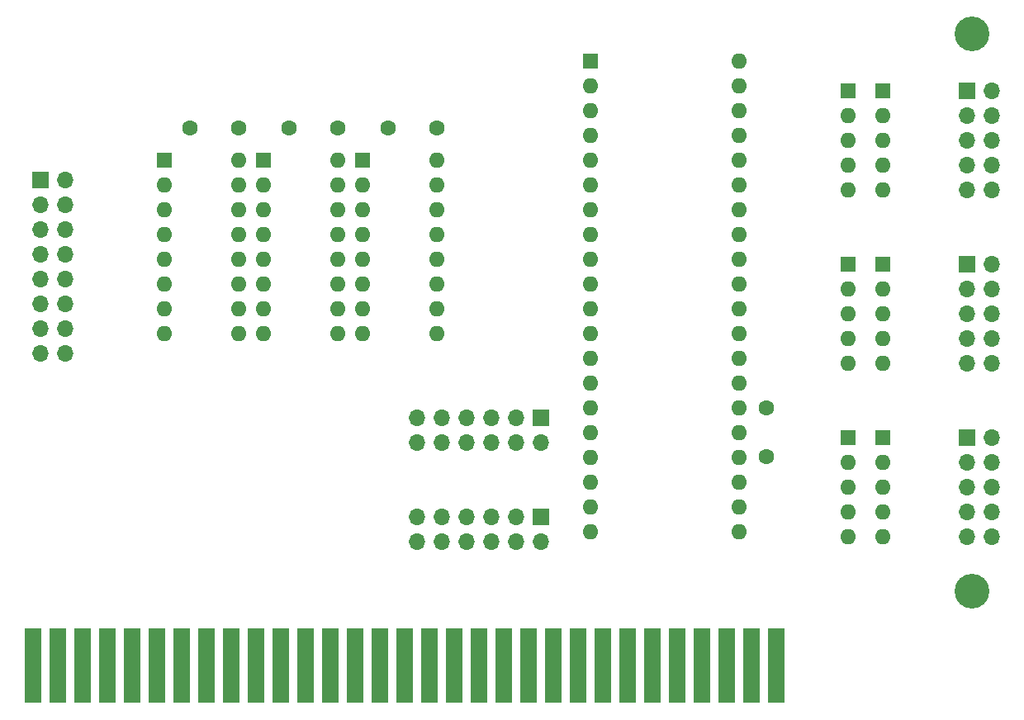
<source format=gbr>
G04 #@! TF.GenerationSoftware,KiCad,Pcbnew,(5.1.8)-1*
G04 #@! TF.CreationDate,2023-02-21T11:18:10-07:00*
G04 #@! TF.ProjectId,PPort,50506f72-742e-46b6-9963-61645f706362,rev?*
G04 #@! TF.SameCoordinates,Original*
G04 #@! TF.FileFunction,Soldermask,Top*
G04 #@! TF.FilePolarity,Negative*
%FSLAX46Y46*%
G04 Gerber Fmt 4.6, Leading zero omitted, Abs format (unit mm)*
G04 Created by KiCad (PCBNEW (5.1.8)-1) date 2023-02-21 11:18:10*
%MOMM*%
%LPD*%
G01*
G04 APERTURE LIST*
%ADD10O,1.600000X1.600000*%
%ADD11R,1.600000X1.600000*%
%ADD12C,1.600000*%
%ADD13O,1.700000X1.700000*%
%ADD14R,1.700000X1.700000*%
%ADD15C,3.556000*%
%ADD16R,1.780000X7.620000*%
G04 APERTURE END LIST*
D10*
G04 #@! TO.C,RN6*
X182372000Y-91948000D03*
X182372000Y-89408000D03*
X182372000Y-86868000D03*
X182372000Y-84328000D03*
D11*
X182372000Y-81788000D03*
G04 #@! TD*
D10*
G04 #@! TO.C,RN5*
X185928000Y-91948000D03*
X185928000Y-89408000D03*
X185928000Y-86868000D03*
X185928000Y-84328000D03*
D11*
X185928000Y-81788000D03*
G04 #@! TD*
D10*
G04 #@! TO.C,RN4*
X182372000Y-127508000D03*
X182372000Y-124968000D03*
X182372000Y-122428000D03*
X182372000Y-119888000D03*
D11*
X182372000Y-117348000D03*
G04 #@! TD*
D10*
G04 #@! TO.C,RN3*
X182372000Y-109728000D03*
X182372000Y-107188000D03*
X182372000Y-104648000D03*
X182372000Y-102108000D03*
D11*
X182372000Y-99568000D03*
G04 #@! TD*
D10*
G04 #@! TO.C,RN2*
X185928000Y-127508000D03*
X185928000Y-124968000D03*
X185928000Y-122428000D03*
X185928000Y-119888000D03*
D11*
X185928000Y-117348000D03*
G04 #@! TD*
D10*
G04 #@! TO.C,RN1*
X185928000Y-109728000D03*
X185928000Y-107188000D03*
X185928000Y-104648000D03*
X185928000Y-102108000D03*
D11*
X185928000Y-99568000D03*
G04 #@! TD*
D12*
G04 #@! TO.C,C4*
X130048000Y-85598000D03*
X125048000Y-85598000D03*
G04 #@! TD*
G04 #@! TO.C,C3*
X119888000Y-85598000D03*
X114888000Y-85598000D03*
G04 #@! TD*
G04 #@! TO.C,C2*
X140208000Y-85598000D03*
X135208000Y-85598000D03*
G04 #@! TD*
G04 #@! TO.C,C1*
X173990000Y-114300000D03*
X173990000Y-119300000D03*
G04 #@! TD*
D13*
G04 #@! TO.C,J3*
X197104000Y-91948000D03*
X194564000Y-91948000D03*
X197104000Y-89408000D03*
X194564000Y-89408000D03*
X197104000Y-86868000D03*
X194564000Y-86868000D03*
X197104000Y-84328000D03*
X194564000Y-84328000D03*
X197104000Y-81788000D03*
D14*
X194564000Y-81788000D03*
G04 #@! TD*
D13*
G04 #@! TO.C,J2*
X197104000Y-127508000D03*
X194564000Y-127508000D03*
X197104000Y-124968000D03*
X194564000Y-124968000D03*
X197104000Y-122428000D03*
X194564000Y-122428000D03*
X197104000Y-119888000D03*
X194564000Y-119888000D03*
X197104000Y-117348000D03*
D14*
X194564000Y-117348000D03*
G04 #@! TD*
D13*
G04 #@! TO.C,J1*
X197104000Y-109728000D03*
X194564000Y-109728000D03*
X197104000Y-107188000D03*
X194564000Y-107188000D03*
X197104000Y-104648000D03*
X194564000Y-104648000D03*
X197104000Y-102108000D03*
X194564000Y-102108000D03*
X197104000Y-99568000D03*
D14*
X194564000Y-99568000D03*
G04 #@! TD*
D15*
G04 #@! TO.C,R*
X195072000Y-133096000D03*
G04 #@! TD*
G04 #@! TO.C,R*
X195072000Y-75946000D03*
G04 #@! TD*
D10*
G04 #@! TO.C,U4*
X130048000Y-88900000D03*
X122428000Y-106680000D03*
X130048000Y-91440000D03*
X122428000Y-104140000D03*
X130048000Y-93980000D03*
X122428000Y-101600000D03*
X130048000Y-96520000D03*
X122428000Y-99060000D03*
X130048000Y-99060000D03*
X122428000Y-96520000D03*
X130048000Y-101600000D03*
X122428000Y-93980000D03*
X130048000Y-104140000D03*
X122428000Y-91440000D03*
X130048000Y-106680000D03*
D11*
X122428000Y-88900000D03*
G04 #@! TD*
D10*
G04 #@! TO.C,U3*
X119888000Y-88900000D03*
X112268000Y-106680000D03*
X119888000Y-91440000D03*
X112268000Y-104140000D03*
X119888000Y-93980000D03*
X112268000Y-101600000D03*
X119888000Y-96520000D03*
X112268000Y-99060000D03*
X119888000Y-99060000D03*
X112268000Y-96520000D03*
X119888000Y-101600000D03*
X112268000Y-93980000D03*
X119888000Y-104140000D03*
X112268000Y-91440000D03*
X119888000Y-106680000D03*
D11*
X112268000Y-88900000D03*
G04 #@! TD*
D10*
G04 #@! TO.C,U2*
X140208000Y-88900000D03*
X132588000Y-106680000D03*
X140208000Y-91440000D03*
X132588000Y-104140000D03*
X140208000Y-93980000D03*
X132588000Y-101600000D03*
X140208000Y-96520000D03*
X132588000Y-99060000D03*
X140208000Y-99060000D03*
X132588000Y-96520000D03*
X140208000Y-101600000D03*
X132588000Y-93980000D03*
X140208000Y-104140000D03*
X132588000Y-91440000D03*
X140208000Y-106680000D03*
D11*
X132588000Y-88900000D03*
G04 #@! TD*
D10*
G04 #@! TO.C,U1*
X171196000Y-78740000D03*
X155956000Y-127000000D03*
X171196000Y-81280000D03*
X155956000Y-124460000D03*
X171196000Y-83820000D03*
X155956000Y-121920000D03*
X171196000Y-86360000D03*
X155956000Y-119380000D03*
X171196000Y-88900000D03*
X155956000Y-116840000D03*
X171196000Y-91440000D03*
X155956000Y-114300000D03*
X171196000Y-93980000D03*
X155956000Y-111760000D03*
X171196000Y-96520000D03*
X155956000Y-109220000D03*
X171196000Y-99060000D03*
X155956000Y-106680000D03*
X171196000Y-101600000D03*
X155956000Y-104140000D03*
X171196000Y-104140000D03*
X155956000Y-101600000D03*
X171196000Y-106680000D03*
X155956000Y-99060000D03*
X171196000Y-109220000D03*
X155956000Y-96520000D03*
X171196000Y-111760000D03*
X155956000Y-93980000D03*
X171196000Y-114300000D03*
X155956000Y-91440000D03*
X171196000Y-116840000D03*
X155956000Y-88900000D03*
X171196000Y-119380000D03*
X155956000Y-86360000D03*
X171196000Y-121920000D03*
X155956000Y-83820000D03*
X171196000Y-124460000D03*
X155956000Y-81280000D03*
X171196000Y-127000000D03*
D11*
X155956000Y-78740000D03*
G04 #@! TD*
D16*
G04 #@! TO.C,J7*
X98806000Y-140716000D03*
X101346000Y-140716000D03*
X103886000Y-140716000D03*
X106426000Y-140716000D03*
X108966000Y-140716000D03*
X111506000Y-140716000D03*
X114046000Y-140716000D03*
X116586000Y-140716000D03*
X119126000Y-140716000D03*
X121666000Y-140716000D03*
X124206000Y-140716000D03*
X126746000Y-140716000D03*
X129286000Y-140716000D03*
X131826000Y-140716000D03*
X134366000Y-140716000D03*
X136906000Y-140716000D03*
X139446000Y-140716000D03*
X141986000Y-140716000D03*
X144526000Y-140716000D03*
X147066000Y-140716000D03*
X149606000Y-140716000D03*
X152146000Y-140716000D03*
X154686000Y-140716000D03*
X157226000Y-140716000D03*
X159766000Y-140716000D03*
X162306000Y-140716000D03*
X164846000Y-140716000D03*
X167386000Y-140716000D03*
X169926000Y-140716000D03*
X172466000Y-140716000D03*
X175006000Y-140716000D03*
G04 #@! TD*
D13*
G04 #@! TO.C,J6*
X102108000Y-108712000D03*
X99568000Y-108712000D03*
X102108000Y-106172000D03*
X99568000Y-106172000D03*
X102108000Y-103632000D03*
X99568000Y-103632000D03*
X102108000Y-101092000D03*
X99568000Y-101092000D03*
X102108000Y-98552000D03*
X99568000Y-98552000D03*
X102108000Y-96012000D03*
X99568000Y-96012000D03*
X102108000Y-93472000D03*
X99568000Y-93472000D03*
X102108000Y-90932000D03*
D14*
X99568000Y-90932000D03*
G04 #@! TD*
D13*
G04 #@! TO.C,J5*
X138176000Y-117856000D03*
X138176000Y-115316000D03*
X140716000Y-117856000D03*
X140716000Y-115316000D03*
X143256000Y-117856000D03*
X143256000Y-115316000D03*
X145796000Y-117856000D03*
X145796000Y-115316000D03*
X148336000Y-117856000D03*
X148336000Y-115316000D03*
X150876000Y-117856000D03*
D14*
X150876000Y-115316000D03*
G04 #@! TD*
D13*
G04 #@! TO.C,J4*
X138176000Y-128016000D03*
X138176000Y-125476000D03*
X140716000Y-128016000D03*
X140716000Y-125476000D03*
X143256000Y-128016000D03*
X143256000Y-125476000D03*
X145796000Y-128016000D03*
X145796000Y-125476000D03*
X148336000Y-128016000D03*
X148336000Y-125476000D03*
X150876000Y-128016000D03*
D14*
X150876000Y-125476000D03*
G04 #@! TD*
M02*

</source>
